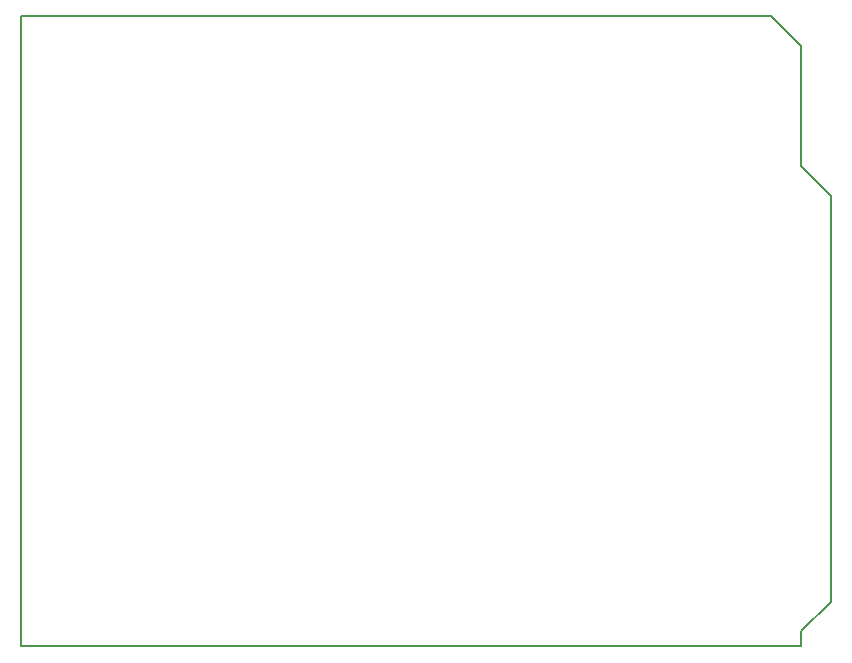
<source format=gko>
G04 Layer_Color=16711935*
%FSLAX25Y25*%
%MOIN*%
G70*
G01*
G75*
%ADD46C,0.00500*%
D46*
X270000Y14692D02*
Y150000D01*
X250000Y210000D02*
X260000Y200000D01*
Y160000D02*
Y200000D01*
Y160000D02*
X270000Y150000D01*
X260000Y0D02*
Y5000D01*
X270000Y14692D01*
X0Y210000D02*
X250000D01*
X0Y0D02*
X260000D01*
X0D02*
Y210000D01*
M02*

</source>
